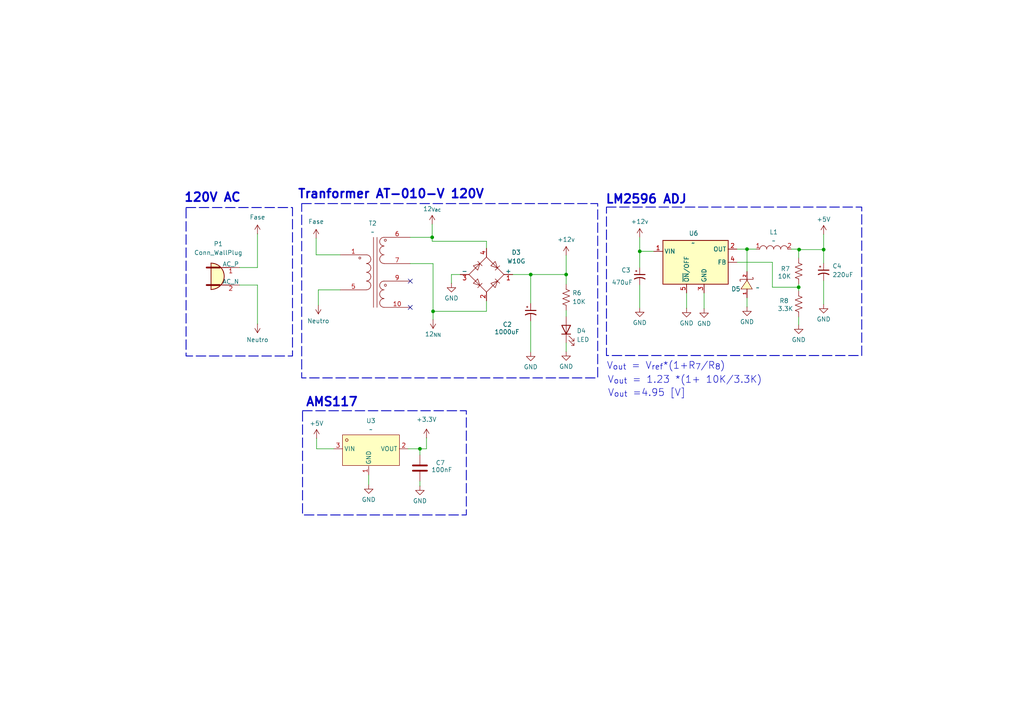
<source format=kicad_sch>
(kicad_sch (version 20231120) (generator "eeschema") (generator_version "8.0")
  (paper "A4")
  (lib_symbols
    (symbol "Connector:Conn_WallPlug" (pin_names (offset 0))
      (property "Reference" "P" (at -1.27 4.445 0))
      (property "Value" "Conn_WallPlug" (at -5.715 0 90))
      (symbol "Conn_WallPlug_0_1"
        (arc (start -3.175 -3.81) (mid 0.6184 0) (end -3.175 3.81) (stroke (width 0.254)) (fill (type background)))
        (polyline (pts (xy -4.445 -2.54) (xy -0.635 -2.54)) (stroke (width 0.508)))
        (polyline (pts (xy -4.445 2.54) (xy -0.635 2.54)) (stroke (width 0.508)))
        (polyline (pts (xy -3.175 -3.81) (xy -3.175 3.81)) (stroke (width 0.254)))
        (polyline (pts (xy -0.635 -2.54) (xy 2.54 -2.54)))
        (polyline (pts (xy -0.635 2.54) (xy 2.54 2.54)))
      )
      (symbol "Conn_WallPlug_1_1"
        (pin power_out line (at 5.08 2.54 180) (length 5.08) (name "AC_P") (number "1"))
        (pin power_out line (at 5.08 -2.54 180) (length 5.08) (name "AC_N") (number "2"))
      )
    )
    (symbol "Device:C" (pin_numbers hide) (pin_names (offset 0.254))
      (property "Reference" "C" (at 0.635 2.54 0))
      (property "Value" "C" (at 0.635 -2.54 0))
      (symbol "C_0_1"
        (polyline (pts (xy -2.032 -0.762) (xy 2.032 -0.762)) (stroke (width 0.508)))
        (polyline (pts (xy -2.032 0.762) (xy 2.032 0.762)) (stroke (width 0.508)))
      )
      (symbol "C_1_1"
        (pin passive line (at 0 3.81 270) (length 2.794) (name "~") (number "1"))
        (pin passive line (at 0 -3.81 90) (length 2.794) (name "~") (number "2"))
      )
    )
    (symbol "Device:C_Polarized_Small_US" (pin_numbers hide) (pin_names (offset 0.254) hide)
      (property "Reference" "C" (at 0.254 1.778 0))
      (property "Value" "C_Polarized_Small_US" (at 0.254 -2.032 0))
      (symbol "C_Polarized_Small_US_0_1"
        (polyline (pts (xy -1.524 0.508) (xy 1.524 0.508)) (stroke (width 0.3048)))
        (polyline (pts (xy -1.27 1.524) (xy -0.762 1.524)))
        (polyline (pts (xy -1.016 1.27) (xy -1.016 1.778)))
        (arc (start 1.524 -0.762) (mid 0 -0.3734) (end -1.524 -0.762) (stroke (width 0.3048)))
      )
      (symbol "C_Polarized_Small_US_1_1"
        (pin passive line (at 0 2.54 270) (length 2.032) (name "~") (number "1"))
        (pin passive line (at 0 -2.54 90) (length 2.032) (name "~") (number "2"))
      )
    )
    (symbol "Device:LED" (pin_numbers hide) (pin_names (offset 1.016) hide)
      (property "Reference" "D" (at 0 2.54 0))
      (property "Value" "LED" (at 0 -2.54 0))
      (symbol "LED_0_1"
        (polyline (pts (xy -1.27 -1.27) (xy -1.27 1.27)) (stroke (width 0.254)))
        (polyline (pts (xy -1.27 0) (xy 1.27 0)))
        (polyline (pts (xy 1.27 -1.27) (xy 1.27 1.27) (xy -1.27 0) (xy 1.27 -1.27)) (stroke (width 0.254)))
        (polyline (pts (xy -3.048 -0.762) (xy -4.572 -2.286) (xy -3.81 -2.286) (xy -4.572 -2.286) (xy -4.572 -1.524)))
        (polyline (pts (xy -1.778 -0.762) (xy -3.302 -2.286) (xy -2.54 -2.286) (xy -3.302 -2.286) (xy -3.302 -1.524)))
      )
      (symbol "LED_1_1"
        (pin passive line (at -3.81 0 0) (length 2.54) (name "K") (number "1"))
        (pin passive line (at 3.81 0 180) (length 2.54) (name "A") (number "2"))
      )
    )
    (symbol "Device:R_US" (pin_numbers hide) (pin_names (offset 0))
      (property "Reference" "R" (at 2.54 0 90))
      (property "Value" "R_US" (at -2.54 0 90))
      (symbol "R_US_0_1"
        (polyline (pts (xy 0 -2.286) (xy 0 -2.54)))
        (polyline (pts (xy 0 2.286) (xy 0 2.54)))
        (polyline (pts (xy 0 -0.762) (xy 1.016 -1.143) (xy 0 -1.524) (xy -1.016 -1.905) (xy 0 -2.286)))
        (polyline (pts (xy 0 0.762) (xy 1.016 0.381) (xy 0 0) (xy -1.016 -0.381) (xy 0 -0.762)))
        (polyline (pts (xy 0 2.286) (xy 1.016 1.905) (xy 0 1.524) (xy -1.016 1.143) (xy 0 0.762)))
      )
      (symbol "R_US_1_1"
        (pin passive line (at 0 3.81 270) (length 1.27) (name "~") (number "1"))
        (pin passive line (at 0 -3.81 90) (length 1.27) (name "~") (number "2"))
      )
    )
    (symbol "Diode_Bridge:W10G" (pin_names (offset 0))
      (property "Reference" "D" (at 2.54 6.985 0))
      (property "Value" "W10G" (at 2.54 5.08 0))
      (symbol "W10G_0_1"
        (polyline (pts (xy -2.54 3.81) (xy -1.27 2.54)))
        (polyline (pts (xy -1.27 -2.54) (xy -2.54 -3.81)))
        (polyline (pts (xy 2.54 -1.27) (xy 3.81 -2.54)))
        (polyline (pts (xy 2.54 1.27) (xy 3.81 2.54)))
        (polyline (pts (xy -3.81 2.54) (xy -2.54 1.27) (xy -1.905 3.175) (xy -3.81 2.54)))
        (polyline (pts (xy -2.54 -1.27) (xy -3.81 -2.54) (xy -1.905 -3.175) (xy -2.54 -1.27)))
        (polyline (pts (xy 1.27 2.54) (xy 2.54 3.81) (xy 3.175 1.905) (xy 1.27 2.54)))
        (polyline (pts (xy 3.175 -1.905) (xy 1.27 -2.54) (xy 2.54 -3.81) (xy 3.175 -1.905)))
        (polyline (pts (xy -5.08 0) (xy 0 -5.08) (xy 5.08 0) (xy 0 5.08) (xy -5.08 0)))
      )
      (symbol "W10G_1_1"
        (pin passive line (at 7.62 0 180) (length 2.54) (name "+") (number "1"))
        (pin passive line (at 0 -7.62 90) (length 2.54) (name "~") (number "2"))
        (pin passive line (at -7.62 0 0) (length 2.54) (name "-") (number "3"))
        (pin passive line (at 0 7.62 270) (length 2.54) (name "~") (number "4"))
      )
    )
    (symbol "JuanDavid_Library:AMS1117-3.3"
      (property "Reference" "U" (at 0 10.414 0))
      (symbol "AMS1117-3.3_0_1"
        (rectangle (start -7.5946 5.3086) (end 8.9154 -3.5814) (fill (type background)))
        (circle (center -6.35 3.81) (radius 0.38))
        (pin unspecified line (at 0 -6.35 90) (length 2.54) (name "GND") (number "1"))
        (pin unspecified line (at 11.43 1.27 180) (length 2.54) (name "VOUT") (number "2"))
        (pin unspecified line (at -10.16 1.27 0) (length 2.54) (name "VIN") (number "3"))
      )
      (symbol "AMS1117-3.3_1_1"
        (pin unspecified line (at 11.43 1.27 180) (length 2.54) hide (name "VOUT") (number "4"))
      )
    )
    (symbol "JuanDavid_Library:Coil__2.5A_100uH"
      (property "Reference" "L" (at -3.302 3.81 0))
      (symbol "Coil__2.5A_100uH_0_1"
        (arc (start -2.03 0.01) (mid -3.055 1.013) (end -4.06 -0.01))
        (arc (start 0 0.01) (mid -1.025 1.013) (end -2.03 -0.01))
        (arc (start 2.03 0.01) (mid 1.005 1.013) (end 0 -0.01))
        (arc (start 4.06 0.01) (mid 3.035 1.013) (end 2.03 -0.01))
      )
      (symbol "Coil__2.5A_100uH_1_1"
        (pin unspecified line (at -5.08 0 0) (length 1.016) (name "") (number "1"))
        (pin unspecified line (at 5.08 0 180) (length 1.016) (name "") (number "2"))
      )
    )
    (symbol "JuanDavid_Library:LM2596-adj"
      (property "Reference" "U" (at 1.27 9.525 0))
      (symbol "LM2596-adj_0_1"
        (rectangle (start -8.763 6.35) (end 10.16 -6.35) (stroke (width 0.254)) (fill (type background)))
      )
      (symbol "LM2596-adj_1_1"
        (pin power_in line (at -11.43 3.175 0) (length 2.54) (name "VIN") (number "1"))
        (pin output line (at 12.7 3.81 180) (length 2.54) (name "OUT") (number "2"))
        (pin power_in line (at 3.175 -8.89 90) (length 2.54) (name "GND") (number "3"))
        (pin input line (at 12.7 0 180) (length 2.54) (name "FB") (number "4"))
        (pin input line (at -1.905 -8.89 90) (length 2.54) (name "~{ON}/OFF") (number "5"))
      )
    )
    (symbol "JuanDavid_Library:SS54"
      (property "Reference" "D" (at 0 2.54 0))
      (symbol "SS54_0_1"
        (polyline (pts (xy 1.27 1.52) (xy -1.27 0) (xy 1.27 -1.78) (xy 1.27 1.52)) (fill (type background)))
        (polyline (pts (xy -2.03 1.52) (xy -2.03 1.78) (xy -1.52 1.78) (xy -1.52 -2.03) (xy -1.02 -2.03) (xy -1.02 -1.78)))
      )
      (symbol "SS54_1_1"
        (pin input line (at 3.81 0 180) (length 2.54) (name "") (number "1"))
        (pin output line (at -3.81 0 0) (length 2.54) (name "") (number "2"))
      )
    )
    (symbol "JuanDavid_Library:Transformer_1P_2S"
      (property "Reference" "T" (at 5.715 14.605 0))
      (symbol "Transformer_1P_2S_0_1"
        (circle (center -5.1054 2.8956) (radius 0.284))
        (arc (start -3.175 -6.3246) (mid -2.2911 -5.9563) (end -1.905 -5.08))
        (arc (start -3.175 -3.7846) (mid -2.2911 -3.4163) (end -1.905 -2.54))
        (arc (start -3.175 -1.2446) (mid -2.2911 -0.8763) (end -1.905 0))
        (arc (start -3.175 1.2954) (mid -2.2911 1.6637) (end -1.905 2.54))
        (arc (start -1.905 -5.08) (mid -2.277 -4.182) (end -3.175 -3.81))
        (arc (start -1.905 -2.54) (mid -2.277 -1.642) (end -3.175 -1.27))
        (arc (start -1.905 0) (mid -2.277 0.898) (end -3.175 1.27))
        (arc (start -1.905 2.54) (mid -2.277 3.438) (end -3.175 3.81))
        (polyline (pts (xy -1.143 -11.43) (xy -1.143 8.89)))
        (polyline (pts (xy -0.127 8.89) (xy -0.127 -11.43)))
        (arc (start 0.6604 -10.16) (mid 1.0249 -11.0401) (end 1.905 -11.4046))
        (arc (start 0.6604 -7.62) (mid 1.0249 -8.5001) (end 1.905 -8.8646))
        (arc (start 0.6604 -5.08) (mid 1.0249 -5.9601) (end 1.905 -6.3246))
        (arc (start 0.6604 2.54) (mid 1.0249 1.6599) (end 1.905 1.2954))
        (arc (start 0.6604 5.08) (mid 1.0249 4.1999) (end 1.905 3.8354))
        (arc (start 0.6604 7.62) (mid 1.0249 6.7399) (end 1.905 6.3754))
        (arc (start 1.905 -8.89) (mid 1.0108 -9.2585) (end 0.6604 -10.16))
        (arc (start 1.905 -6.35) (mid 1.0108 -6.7185) (end 0.6604 -7.62))
        (arc (start 1.905 -3.81) (mid 1.0108 -4.1785) (end 0.6604 -5.08))
        (arc (start 1.905 3.81) (mid 1.0108 3.4415) (end 0.6604 2.54))
        (arc (start 1.905 6.35) (mid 1.0108 5.9815) (end 0.6604 5.08))
        (arc (start 1.905 8.89) (mid 1.0108 8.5215) (end 0.6604 7.62))
        (circle (center 2.286 8.0518) (radius 0.3059))
        (circle (center 2.3114 -5.0038) (radius 0.3059))
      )
      (symbol "Transformer_1P_2S_1_1"
        (pin passive line (at -10.795 3.81 0) (length 7.62) (name "") (number "1"))
        (pin passive line (at 9.525 -11.43 180) (length 7.62) (name "") (number "10"))
        (pin no_connect line (at -6.35 -1.27 0) (length 1.27) hide (name "") (number "2"))
        (pin no_connect line (at -0.635 -15.24 90) (length 1.27) hide (name "NC") (number "3"))
        (pin passive line (at -10.795 -6.35 0) (length 7.62) (name "") (number "5"))
        (pin passive line (at 9.525 8.89 180) (length 7.62) (name "") (number "6"))
        (pin passive line (at 9.525 1.27 180) (length 7.62) (name "") (number "7"))
        (pin passive line (at 9.525 -3.81 180) (length 7.62) (name "") (number "9"))
      )
    )
    (symbol "power:+12C" (power) (pin_numbers hide) (pin_names (offset 0) hide)
      (property "Value" "+12C" (at 0 3.556 0))
      (symbol "+12C_0_1"
        (polyline (pts (xy -0.762 1.27) (xy 0 2.54)))
        (polyline (pts (xy 0 0) (xy 0 2.54)))
        (polyline (pts (xy 0 2.54) (xy 0.762 1.27)))
      )
      (symbol "+12C_1_1"
        (pin power_in line (at 0 0 90) (length 0) (name "~") (number "1"))
      )
    )
    (symbol "power:+12VA" (power) (pin_numbers hide) (pin_names (offset 0) hide)
      (property "Value" "+12VA" (at 0 3.556 0))
      (symbol "+12VA_0_1"
        (polyline (pts (xy -0.762 1.27) (xy 0 2.54)))
        (polyline (pts (xy 0 0) (xy 0 2.54)))
        (polyline (pts (xy 0 2.54) (xy 0.762 1.27)))
      )
      (symbol "+12VA_1_1"
        (pin power_in line (at 0 0 90) (length 0) (name "~") (number "1"))
      )
    )
    (symbol "power:+5V" (power) (pin_numbers hide) (pin_names (offset 0) hide)
      (property "Value" "+5V" (at 0 3.556 0))
      (symbol "+5V_0_1"
        (polyline (pts (xy -0.762 1.27) (xy 0 2.54)))
        (polyline (pts (xy 0 0) (xy 0 2.54)))
        (polyline (pts (xy 0 2.54) (xy 0.762 1.27)))
      )
      (symbol "+5V_1_1"
        (pin power_in line (at 0 0 90) (length 0) (name "~") (number "1"))
      )
    )
    (symbol "power:GND" (power) (pin_numbers hide) (pin_names (offset 0) hide)
      (property "Value" "GND" (at 0 -3.81 0))
      (symbol "GND_0_1"
        (polyline (pts (xy 0 0) (xy 0 -1.27) (xy 1.27 -1.27) (xy 0 -2.54) (xy -1.27 -1.27) (xy 0 -1.27)))
      )
      (symbol "GND_1_1"
        (pin power_in line (at 0 0 270) (length 0) (name "~") (number "1"))
      )
    )
    (symbol "power:LINE" (power) (pin_numbers hide) (pin_names (offset 0) hide)
      (property "Value" "LINE" (at 0 3.556 0))
      (symbol "LINE_0_1"
        (polyline (pts (xy -0.762 1.27) (xy 0 2.54)))
        (polyline (pts (xy 0 0) (xy 0 2.54)))
        (polyline (pts (xy 0 2.54) (xy 0.762 1.27)))
      )
      (symbol "LINE_1_1"
        (pin power_in line (at 0 0 90) (length 0) (name "~") (number "1"))
      )
    )
    (symbol "power:NEUT" (power) (pin_numbers hide) (pin_names (offset 0) hide)
      (property "Value" "NEUT" (at 0 3.556 0))
      (symbol "NEUT_0_1"
        (polyline (pts (xy -0.762 1.27) (xy 0 2.54)))
        (polyline (pts (xy 0 0) (xy 0 2.54)))
        (polyline (pts (xy 0 2.54) (xy 0.762 1.27)))
      )
      (symbol "NEUT_1_1"
        (pin power_in line (at 0 0 90) (length 0) (name "~") (number "1"))
      )
    )
  )
  (junction (at 121.793 130.175))
  (junction (at 125.603 90.297))
  (junction (at 216.662 72.263))
  (junction (at 185.547 72.898))
  (junction (at 231.775 72.39))
  (junction (at 164.211 79.629))
  (junction (at 231.648 83.312))
  (junction (at 238.887 72.39))
  (junction (at 153.924 79.629))
  (junction (at 125.349 68.834))
  (no_connect (at 118.999 89.154))
  (no_connect (at 118.999 81.534))
  (wire (pts (xy 164.211 82.423) (xy 164.211 79.629)))
  (wire (pts (xy 185.547 72.898) (xy 185.547 77.597)))
  (wire (pts (xy 216.662 86.36) (xy 216.662 89.027)))
  (wire (pts (xy 229.489 72.263) (xy 231.775 72.263)))
  (wire (pts (xy 125.603 76.454) (xy 125.603 90.297)))
  (wire (pts (xy 121.793 130.175) (xy 123.698 130.175)))
  (wire (pts (xy 133.477 79.629) (xy 130.937 79.629)))
  (wire (pts (xy 231.648 72.39) (xy 231.648 74.803)))
  (wire (pts (xy 125.349 65.024) (xy 125.349 68.834)))
  (wire (pts (xy 238.887 67.945) (xy 238.887 72.39)))
  (wire (pts (xy 118.999 76.454) (xy 125.603 76.454)))
  (wire (pts (xy 91.694 69.088) (xy 91.694 73.914)))
  (wire (pts (xy 213.741 76.073) (xy 224.028 76.073)))
  (wire (pts (xy 224.028 83.312) (xy 231.648 83.312)))
  (wire (pts (xy 185.547 82.677) (xy 185.547 89.281)))
  (wire (pts (xy 231.648 72.39) (xy 231.775 72.39)))
  (wire (pts (xy 121.793 131.953) (xy 121.793 130.175)))
  (wire (pts (xy 189.611 72.898) (xy 185.547 72.898)))
  (wire (pts (xy 224.028 76.073) (xy 224.028 83.312)))
  (wire (pts (xy 185.547 68.834) (xy 185.547 72.898)))
  (wire (pts (xy 231.775 72.39) (xy 238.887 72.39)))
  (wire (pts (xy 96.774 130.175) (xy 91.821 130.175)))
  (wire (pts (xy 231.648 82.423) (xy 231.648 83.312)))
  (wire (pts (xy 141.097 90.297) (xy 141.097 87.249)))
  (wire (pts (xy 130.937 79.629) (xy 130.937 82.169)))
  (wire (pts (xy 148.717 79.629) (xy 153.924 79.629)))
  (wire (pts (xy 91.694 73.914) (xy 98.679 73.914)))
  (wire (pts (xy 121.793 139.573) (xy 121.793 140.97)))
  (wire (pts (xy 125.603 90.297) (xy 141.097 90.297)))
  (wire (pts (xy 106.934 137.795) (xy 106.934 140.589)))
  (wire (pts (xy 92.329 88.519) (xy 92.329 84.074)))
  (wire (pts (xy 118.999 68.834) (xy 125.349 68.834)))
  (wire (pts (xy 123.698 127) (xy 123.698 130.175)))
  (wire (pts (xy 69.469 77.597) (xy 74.676 77.597)))
  (wire (pts (xy 153.924 79.629) (xy 164.211 79.629)))
  (wire (pts (xy 153.924 93.091) (xy 153.924 102.108)))
  (wire (pts (xy 199.136 84.963) (xy 199.136 89.408)))
  (wire (pts (xy 91.821 127.127) (xy 91.821 130.175)))
  (wire (pts (xy 92.329 84.074) (xy 98.679 84.074)))
  (wire (pts (xy 238.887 72.39) (xy 238.887 76.327)))
  (wire (pts (xy 216.662 72.263) (xy 216.662 78.74)))
  (wire (pts (xy 69.469 82.677) (xy 74.676 82.677)))
  (wire (pts (xy 164.211 74.041) (xy 164.211 79.629)))
  (wire (pts (xy 204.216 84.963) (xy 204.216 89.535)))
  (wire (pts (xy 125.603 92.71) (xy 125.603 90.297)))
  (wire (pts (xy 74.676 67.818) (xy 74.676 77.597)))
  (wire (pts (xy 153.924 79.629) (xy 153.924 88.011)))
  (wire (pts (xy 141.097 69.977) (xy 141.097 72.009)))
  (wire (pts (xy 238.887 81.407) (xy 238.887 88.265)))
  (wire (pts (xy 231.775 72.263) (xy 231.775 72.39)))
  (wire (pts (xy 164.211 90.043) (xy 164.211 91.821)))
  (wire (pts (xy 74.676 82.677) (xy 74.676 93.98)))
  (wire (pts (xy 164.211 99.441) (xy 164.211 101.981)))
  (wire (pts (xy 118.364 130.175) (xy 121.793 130.175)))
  (wire (pts (xy 231.648 91.948) (xy 231.648 94.234)))
  (wire (pts (xy 231.648 83.312) (xy 231.648 84.328)))
  (wire (pts (xy 213.741 72.263) (xy 216.662 72.263)))
  (wire (pts (xy 125.349 69.977) (xy 141.097 69.977)))
  (wire (pts (xy 216.662 72.263) (xy 219.329 72.263)))
  (wire (pts (xy 125.349 68.834) (xy 125.349 69.977)))
  (rectangle (start 53.975 60.198) (end 84.836 103.251) (stroke (width 0.254) (type dash)))
  (rectangle (start 87.503 59.055) (end 173.355 109.601) (stroke (width 0.254) (type dash)))
  (rectangle (start 175.895 60.071) (end 249.936 103.124) (stroke (width 0.254) (type dash)))
  (rectangle (start 87.757 119.126) (end 135.255 149.352) (stroke (width 0.254) (type dash)))
  (text "V_{out} =4.95 [V]" (at 187.579 114.046 0) (effects (font (size 2.032 2.032))))
  (text "Tranformer AT-010-V 120V\n" (at 113.411 56.388 0) (effects (font (size 2.54 2.54) (bold yes))))
  (text "V_{out} = 1.23 *(1+ ${5e525287-e87d-4e0b-b53e-feecc9cd7c21:VALUE}/${d14be894-936e-429c-b777-c015d9783fcb:VALUE})" (at 198.628 110.236 0) (effects (font (size 2.032 2.032))))
  (text "V_{out} = V_{ref}*(1+R_{7}/R_{8})" (at 193.167 106.172 0) (effects (font (size 2.032 2.032))))
  (text "120V AC " (at 62.611 57.404 0) (effects (font (size 2.54 2.54) (bold yes))))
  (text "LM2596 ADJ\n" (at 187.452 57.912 0) (effects (font (size 2.54 2.54) (bold yes))))
  (text "AMS117" (at 96.266 116.713 0) (effects (font (size 2.54 2.54) (bold yes))))
  (symbol (lib_id "JuanDavid_Library:Coil__2.5A_100uH") (at 224.409 72.263 0) (unit 1)
    (property "Reference" "L1" (at 224.409 67.31 0))
    (property "Value" "~" (at 224.409 69.85 0))
    (property "Footprint" "JuanDavid_Library:IND-SMD_L10.3-W10.3_1274AS-H-330M" (effects (hide yes)))
    (property "LCSC Part" "C2875675" (effects (hide yes)))
    (property "Name" "Coil" (effects (hide yes)))
  )
  (symbol (lib_id "power:NEUT") (at 125.603 92.71 180) (unit 1)
    (property "Reference" "#PWR038" (effects (hide yes)))
    (property "Value" "12_{NN}" (at 125.603 96.901 0))
    (property "Description" "Power symbol creates a global label with name \"NEUT\"" (effects (hide yes)))
  )
  (symbol (lib_id "JuanDavid_Library:Transformer_1P_2S") (at 109.474 77.724 0) (unit 1)
    (property "Reference" "T2" (at 108.0879 64.77 0))
    (property "Value" "~" (at 108.0879 67.31 0))
    (property "Footprint" "JuanDavid_Library:AT-010-V" (effects (hide yes)))
    (property "Description" "transformador de aislamiento montado en PCB, 2VA, 110V / 6Vx 2/7, 5Vx 2/9Vx 2/12Vx 2/15Vx 2/18Vx 2/24Vx2" (effects (hide yes)))
    (property "Link" "https://es.aliexpress.com/i/32737592666.html?gatewayAdapt=glo2esp" (effects (hide yes)))
  )
  (symbol (lib_id "Device:C_Polarized_Small_US") (at 185.547 80.137 0) (unit 1)
    (property "Reference" "C3" (at 180.213 78.359 0) (effects (justify left)))
    (property "Value" "470uF" (at 177.419 81.915 0) (effects (justify left)))
    (property "Footprint" "Capacitor_SMD:C_Elec_8x6.2" (effects (hide yes)))
    (property "Description" "Polarized capacitor, small US symbol" (effects (hide yes)))
  )
  (symbol (lib_id "power:LINE") (at 91.694 69.088 0) (unit 1)
    (property "Reference" "#PWR043" (effects (hide yes)))
    (property "Value" "Fase" (at 91.694 64.262 0))
    (property "Description" "Power symbol creates a global label with name \"LINE\"" (effects (hide yes)))
  )
  (symbol (lib_id "Diode_Bridge:W10G") (at 141.097 79.629 0) (unit 1)
    (property "Reference" "D3" (at 149.733 73.2088 0))
    (property "Value" "W10G" (at 149.733 75.7488 0))
    (property "Footprint" "Diode_THT:Diode_Bridge_Round_D9.8mm" (effects (hide yes)))
    (property "Datasheet" "https://www.vishay.com/docs/88769/woo5g.pdf" (effects (hide yes)))
    (property "Description" "Glass Passivated Single-Phase Bridge Rectifier, 700V Vrms, 1.5A If, WOG package" (effects (hide yes)))
  )
  (symbol (lib_id "power:LINE") (at 74.676 67.818 0) (unit 1)
    (property "Reference" "#PWR040" (effects (hide yes)))
    (property "Value" "Fase" (at 74.676 62.992 0))
    (property "Description" "Power symbol creates a global label with name \"LINE\"" (effects (hide yes)))
  )
  (symbol (lib_id "JuanDavid_Library:SS54") (at 216.662 82.55 270) (unit 1)
    (property "Reference" "D5" (at 212.09 83.82 90) (effects (justify left)))
    (property "Value" "~" (at 219.202 83.44 90) (effects (justify left)))
    (property "Footprint" "JuanDavid_Library:SMA_L4.4-W2.8-LS5.4-R-RD" (effects (hide yes)))
    (property "Description" "40V 550mV@5A 5A SMA(DO-214AC) Schottky Barrier Diodes (SBD) ROHS" (effects (hide yes)))
    (property "LCSC Part" "C22452" (effects (hide yes)))
    (property "Name" "SS54" (effects (hide yes)))
  )
  (symbol (lib_id "power:GND") (at 216.662 89.027 0) (unit 1)
    (property "Reference" "#PWR017" (effects (hide yes)))
    (property "Value" "GND" (at 216.662 93.345 0))
    (property "Description" "Power symbol creates a global label with name \"GND\" , ground" (effects (hide yes)))
  )
  (symbol (lib_id "JuanDavid_Library:LM2596-adj") (at 201.041 76.073 0) (unit 1)
    (property "Reference" "U6" (at 201.168 67.691 0))
    (property "Value" "~" (at 201.041 70.485 0))
    (property "Footprint" "JuanDavid_Library:TO-263-5_L10.2-W8.9-P1.70-BR" (effects (hide yes)))
    (property "Description" "    Step-down type Adjustable 40V 1.2V~37V 3A TO-263-5 DC-DC Converters ROHS" (effects (hide yes)))
    (property "LCSC Part" "C347423" (effects (hide yes)))
    (property "Name" "LM2596S-ADJ" (effects (hide yes)))
  )
  (symbol (lib_id "power:GND") (at 130.937 82.169 0) (unit 1)
    (property "Reference" "#PWR09" (effects (hide yes)))
    (property "Value" "GND" (at 130.937 86.487 0))
    (property "Description" "Power symbol creates a global label with name \"GND\" , ground" (effects (hide yes)))
  )
  (symbol (lib_id "power:GND") (at 164.211 101.981 0) (unit 1)
    (property "Reference" "#PWR012" (effects (hide yes)))
    (property "Value" "GND" (at 164.211 106.299 0))
    (property "Description" "Power symbol creates a global label with name \"GND\" , ground" (effects (hide yes)))
  )
  (symbol (lib_id "power:GND") (at 199.136 89.408 0) (unit 1)
    (property "Reference" "#PWR015" (effects (hide yes)))
    (property "Value" "GND" (at 199.136 93.726 0))
    (property "Description" "Power symbol creates a global label with name \"GND\" , ground" (effects (hide yes)))
  )
  (symbol (lib_id "Device:R_US") (at 231.648 78.613 180) (unit 1)
    (property "Reference" "R7" (at 226.441 77.978 0) (effects (justify right)))
    (property "Value" "10K" (at 225.552 80.137 0) (effects (justify right)))
    (property "Footprint" "Resistor_THT:R_Axial_DIN0204_L3.6mm_D1.6mm_P5.08mm_Horizontal" (effects (hide yes)))
    (property "Description" "Resistor, US symbol" (effects (hide yes)))
  )
  (symbol (lib_id "power:+12C") (at 185.547 68.834 0) (unit 1)
    (property "Reference" "#PWR013" (effects (hide yes)))
    (property "Value" "+12v" (at 185.547 64.262 0))
    (property "Description" "Power symbol creates a global label with name \"+12C\"" (effects (hide yes)))
  )
  (symbol (lib_id "power:GND") (at 153.924 102.108 0) (unit 1)
    (property "Reference" "#PWR010" (effects (hide yes)))
    (property "Value" "GND" (at 153.924 106.426 0))
    (property "Description" "Power symbol creates a global label with name \"GND\" , ground" (effects (hide yes)))
  )
  (symbol (lib_id "Device:LED") (at 164.211 95.631 90) (unit 1)
    (property "Reference" "D4" (at 167.259 95.9484 90) (effects (justify right)))
    (property "Value" "LED" (at 167.259 98.4884 90) (effects (justify right)))
    (property "Footprint" "LED_THT:LED_D3.0mm" (effects (hide yes)))
    (property "Description" "Light emitting diode" (effects (hide yes)))
  )
  (symbol (lib_id "power:NEUT") (at 74.676 93.98 180) (unit 1)
    (property "Reference" "#PWR042" (effects (hide yes)))
    (property "Value" "Neutro" (at 74.676 98.552 0))
    (property "Description" "Power symbol creates a global label with name \"NEUT\"" (effects (hide yes)))
  )
  (symbol (lib_id "power:+5V") (at 123.698 127 0) (unit 1)
    (property "Reference" "#PWR035" (effects (hide yes)))
    (property "Value" "+3.3V" (at 123.698 121.666 0))
    (property "Description" "Power symbol creates a global label with name \"+5V\"" (effects (hide yes)))
  )
  (symbol (lib_id "Connector:Conn_WallPlug") (at 64.389 80.137 0) (unit 1)
    (property "Reference" "P1" (at 63.3095 70.739 0))
    (property "Value" "Conn_WallPlug" (at 63.3095 73.279 0))
    (property "Footprint" "TerminalBlock_Phoenix:TerminalBlock_Phoenix_MKDS-1,5-2-5.08_1x02_P5.08mm_Horizontal" (effects (hide yes)))
    (property "Description" "3-pin general wall plug, no Earth wire (110VAC, 220VAC)" (effects (hide yes)))
  )
  (symbol (lib_id "Device:C") (at 121.793 135.763 0) (unit 1)
    (property "Reference" "C7" (at 126.365 134.239 0) (effects (justify left)))
    (property "Value" "100nF" (at 125.095 136.271 0) (effects (justify left)))
    (property "Footprint" "Capacitor_SMD:C_0805_2012Metric" (effects (hide yes)))
    (property "Description" "Unpolarized capacitor" (effects (hide yes)))
  )
  (symbol (lib_id "power:GND") (at 231.648 94.234 0) (unit 1)
    (property "Reference" "#PWR018" (effects (hide yes)))
    (property "Value" "GND" (at 231.648 98.552 0))
    (property "Description" "Power symbol creates a global label with name \"GND\" , ground" (effects (hide yes)))
  )
  (symbol (lib_id "power:NEUT") (at 92.329 88.519 180) (unit 1)
    (property "Reference" "#PWR044" (effects (hide yes)))
    (property "Value" "Neutro" (at 92.329 93.091 0))
    (property "Description" "Power symbol creates a global label with name \"NEUT\"" (effects (hide yes)))
  )
  (symbol (lib_id "power:+12VA") (at 125.349 65.024 0) (unit 1)
    (property "Reference" "#PWR036" (effects (hide yes)))
    (property "Value" "12_{V_{ac}}" (at 125.349 60.579 0))
    (property "Description" "Power symbol creates a global label with name \"+12VA\"" (effects (hide yes)))
  )
  (symbol (lib_id "power:+5V") (at 238.887 67.945 0) (unit 1)
    (property "Reference" "#PWR019" (effects (hide yes)))
    (property "Value" "+5V" (at 238.887 63.627 0))
    (property "Description" "Power symbol creates a global label with name \"+5V\"" (effects (hide yes)))
  )
  (symbol (lib_id "Device:R_US") (at 164.211 86.233 180) (unit 1)
    (property "Reference" "R6" (at 165.989 84.9629 0) (effects (justify right)))
    (property "Value" "10K" (at 165.989 87.5029 0) (effects (justify right)))
    (property "Footprint" "Resistor_THT:R_Axial_DIN0204_L3.6mm_D1.6mm_P5.08mm_Horizontal" (effects (hide yes)))
    (property "Description" "Resistor, US symbol" (effects (hide yes)))
  )
  (symbol (lib_id "JuanDavid_Library:AMS1117-3.3") (at 106.934 131.445 0) (unit 1)
    (property "Reference" "U3" (at 107.5817 122.047 0))
    (property "Value" "~" (at 107.5817 124.587 0))
    (property "Footprint" "JuanDavid_Library:SOT-223-3_L6.5-W3.4-P2.30-LS7.0-BR" (effects (hide yes)))
    (property "Description" "Fix regulator 3.3v" (effects (hide yes)))
    (property "LCSC Part" "C6186" (effects (hide yes)))
    (property "Name" "AMS1117-3.3" (effects (hide yes)))
  )
  (symbol (lib_id "Device:R_US") (at 231.648 88.138 180) (unit 1)
    (property "Reference" "R8" (at 226.06 87.249 0) (effects (justify right)))
    (property "Value" "3.3K" (at 225.552 89.535 0) (effects (justify right)))
    (property "Footprint" "Resistor_THT:R_Axial_DIN0204_L3.6mm_D1.6mm_P5.08mm_Horizontal" (effects (hide yes)))
    (property "Description" "Resistor, US symbol" (effects (hide yes)))
  )
  (symbol (lib_id "Device:C_Polarized_Small_US") (at 153.924 90.551 0) (unit 1)
    (property "Reference" "C2" (at 145.796 94.107 0) (effects (justify left)))
    (property "Value" "1000uF" (at 143.383 96.266 0) (effects (justify left)))
    (property "Footprint" "Capacitor_THT:CP_Radial_D10.0mm_P3.80mm" (effects (hide yes)))
    (property "Description" "Polarized capacitor, small US symbol" (effects (hide yes)))
  )
  (symbol (lib_id "power:GND") (at 204.216 89.535 0) (unit 1)
    (property "Reference" "#PWR016" (effects (hide yes)))
    (property "Value" "GND" (at 204.216 93.853 0))
    (property "Description" "Power symbol creates a global label with name \"GND\" , ground" (effects (hide yes)))
  )
  (symbol (lib_id "power:GND") (at 121.793 140.97 0) (unit 1)
    (property "Reference" "#PWR022" (effects (hide yes)))
    (property "Value" "GND" (at 121.793 145.288 0))
    (property "Description" "Power symbol creates a global label with name \"GND\" , ground" (effects (hide yes)))
  )
  (symbol (lib_id "power:+5V") (at 91.821 127.127 0) (unit 1)
    (property "Reference" "#PWR06" (effects (hide yes)))
    (property "Value" "+5V" (at 91.821 122.809 0))
    (property "Description" "Power symbol creates a global label with name \"+5V\"" (effects (hide yes)))
  )
  (symbol (lib_id "power:+12C") (at 164.211 74.041 0) (unit 1)
    (property "Reference" "#PWR011" (effects (hide yes)))
    (property "Value" "+12v" (at 164.211 69.469 0))
    (property "Description" "Power symbol creates a global label with name \"+12C\"" (effects (hide yes)))
  )
  (symbol (lib_id "power:GND") (at 106.934 140.589 0) (unit 1)
    (property "Reference" "#PWR021" (effects (hide yes)))
    (property "Value" "GND" (at 106.934 144.907 0))
    (property "Description" "Power symbol creates a global label with name \"GND\" , ground" (effects (hide yes)))
  )
  (symbol (lib_id "power:GND") (at 185.547 89.281 0) (unit 1)
    (property "Reference" "#PWR014" (effects (hide yes)))
    (property "Value" "GND" (at 185.547 93.599 0))
    (property "Description" "Power symbol creates a global label with name \"GND\" , ground" (effects (hide yes)))
  )
  (symbol (lib_id "Device:C_Polarized_Small_US") (at 238.887 78.867 0) (unit 1)
    (property "Reference" "C4" (at 241.427 77.1651 0) (effects (justify left)))
    (property "Value" "220uF" (at 241.427 79.7051 0) (effects (justify left)))
    (property "Footprint" "Capacitor_SMD:C_Elec_8x6.2" (effects (hide yes)))
    (property "Description" "Polarized capacitor, small US symbol" (effects (hide yes)))
  )
  (symbol (lib_id "power:GND") (at 238.887 88.265 0) (unit 1)
    (property "Reference" "#PWR020" (effects (hide yes)))
    (property "Value" "GND" (at 238.887 92.583 0))
    (property "Description" "Power symbol creates a global label with name \"GND\" , ground" (effects (hide yes)))
  )
)
</source>
